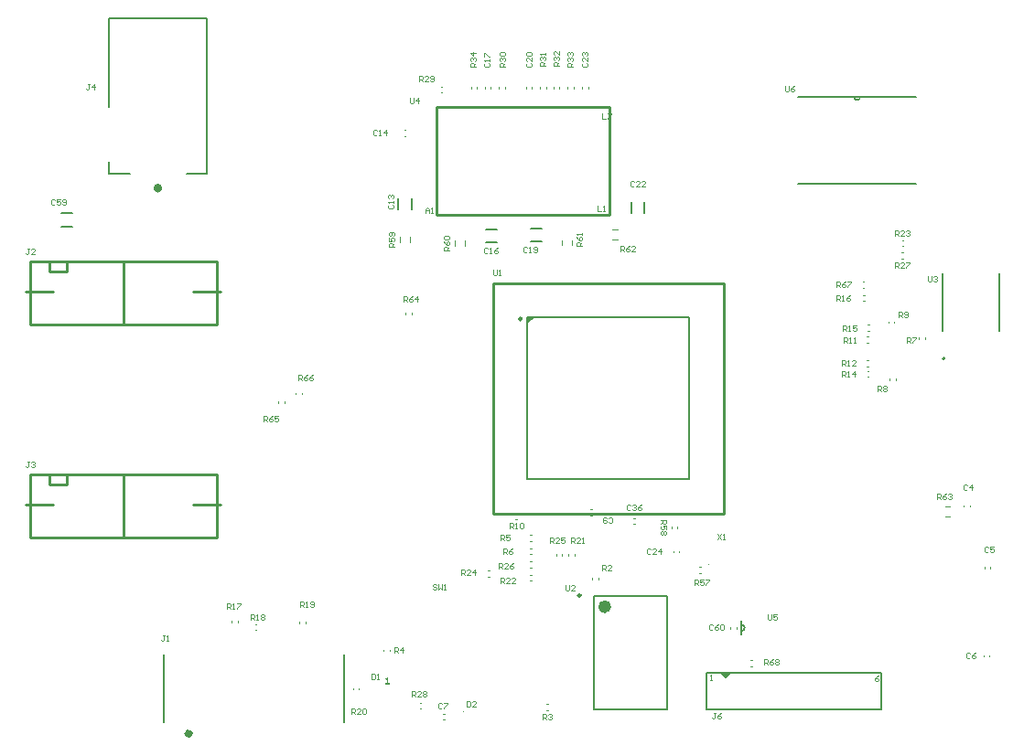
<source format=gto>
G04*
G04 #@! TF.GenerationSoftware,Altium Limited,Altium Designer,20.1.11 (218)*
G04*
G04 Layer_Color=65535*
%FSLAX25Y25*%
%MOIN*%
G70*
G04*
G04 #@! TF.SameCoordinates,79C4E474-355B-46CA-A0E8-57BC19F8BC65*
G04*
G04*
G04 #@! TF.FilePolarity,Positive*
G04*
G01*
G75*
%ADD10C,0.00787*%
%ADD11C,0.00600*%
%ADD12C,0.02362*%
%ADD13C,0.00984*%
%ADD14C,0.00394*%
%ADD15C,0.01575*%
%ADD16C,0.02400*%
%ADD17C,0.00300*%
%ADD18C,0.00500*%
%ADD19C,0.00787*%
%ADD20C,0.00100*%
%ADD21C,0.00197*%
%ADD22C,0.01000*%
%ADD23C,0.00400*%
G36*
X323942Y175524D02*
X324542D01*
X324242Y175024D01*
X323942Y175524D01*
D02*
G37*
G36*
X445562Y177968D02*
X447648Y175881D01*
X450062Y177968D01*
X445562D01*
D02*
G37*
G36*
X377539Y307551D02*
X375395Y305408D01*
Y307551D01*
X377539D01*
D02*
G37*
D10*
X527403Y292541D02*
G03*
X527403Y292541I-394J0D01*
G01*
X399610Y164608D02*
X426382D01*
X399610Y205946D02*
X426382D01*
Y164608D02*
Y205946D01*
X399610Y164608D02*
Y205946D01*
X375395Y305408D02*
X377539Y307551D01*
X375395Y248496D02*
Y307551D01*
X434450Y248496D02*
Y307551D01*
X375395D02*
X434450D01*
X375395Y248496D02*
X434450D01*
D11*
X453286Y193128D02*
G03*
X453286Y195528I0J1200D01*
G01*
X494307Y387989D02*
G03*
X496707Y387989I1200J0D01*
G01*
X453286Y195528D02*
Y196728D01*
Y193128D02*
Y195528D01*
Y191928D02*
Y193128D01*
X418113Y345490D02*
Y349427D01*
X413389Y345490D02*
Y349427D01*
X474007Y387989D02*
X494307D01*
X496707D01*
X517007D01*
X474007Y356189D02*
X517007D01*
X376533Y339931D02*
X380470D01*
X376533Y335206D02*
X380470D01*
X333145Y346953D02*
Y350890D01*
X328420Y346953D02*
Y350890D01*
X360203Y334893D02*
X364140D01*
X360203Y339617D02*
X364140D01*
X205536Y340689D02*
X209473D01*
X205536Y345413D02*
X209473D01*
D12*
X404728Y202009D02*
G03*
X404728Y202009I-1181J0D01*
G01*
D13*
X394787Y206124D02*
G03*
X394787Y206124I-492J0D01*
G01*
X373328Y306960D02*
G03*
X373328Y306960I-492J0D01*
G01*
D14*
X352063Y163738D02*
G03*
X352063Y163738I-197J0D01*
G01*
X441467Y217365D02*
G03*
X441467Y217365I-197J0D01*
G01*
X406443Y339621D02*
X408243D01*
X406443Y336021D02*
X408243D01*
X388025Y333784D02*
Y335583D01*
X391625Y333784D02*
Y335583D01*
X348967Y333665D02*
Y335465D01*
X352567Y333665D02*
Y335465D01*
X328955Y334948D02*
Y336748D01*
X332555Y334948D02*
Y336748D01*
X527462Y235030D02*
X529262D01*
X527462Y238630D02*
X529262D01*
D15*
X241570Y354656D02*
G03*
X241570Y354656I-787J0D01*
G01*
D16*
X252397Y155757D02*
G03*
X252397Y155757I-433J0D01*
G01*
D17*
X398400Y237518D02*
X399000D01*
X398400Y235318D02*
X399000D01*
X438042Y216407D02*
X438642D01*
X438042Y214207D02*
X438642D01*
X520165Y299582D02*
Y300182D01*
X517965Y299582D02*
Y300182D01*
X511850Y333504D02*
X512450D01*
X511850Y335704D02*
X512450D01*
X511747Y331214D02*
X512347D01*
X511747Y329014D02*
X512347D01*
X497489Y320507D02*
X498089D01*
X497489Y318307D02*
X498089D01*
X497563Y313436D02*
X498163D01*
X497563Y315636D02*
X498163D01*
X509067Y305401D02*
Y306001D01*
X506867Y305401D02*
Y306001D01*
X499252Y302641D02*
X499852D01*
X499252Y304840D02*
X499852D01*
X498974Y298343D02*
X499574D01*
X498974Y300543D02*
X499574D01*
X498954Y289631D02*
X499554D01*
X498954Y291831D02*
X499554D01*
X499163Y285800D02*
X499763D01*
X499163Y288000D02*
X499763D01*
X507298Y284606D02*
Y285206D01*
X509498Y284606D02*
Y285206D01*
X543684Y183759D02*
Y184359D01*
X541484Y183759D02*
Y184359D01*
X449441Y194034D02*
Y194634D01*
X451641Y194034D02*
Y194634D01*
X456537Y180377D02*
X457137D01*
X456537Y182577D02*
X457137D01*
X428522Y221760D02*
Y222360D01*
X430723Y221760D02*
Y222360D01*
X414050Y232112D02*
X414650D01*
X414050Y234312D02*
X414650D01*
X399092Y212049D02*
Y212649D01*
X401292Y212049D02*
Y212649D01*
X390420Y220543D02*
Y221143D01*
X392620Y220543D02*
Y221143D01*
X388049Y220543D02*
Y221143D01*
X385849Y220543D02*
Y221143D01*
X371095Y234006D02*
X371695D01*
X371095Y236206D02*
X371695D01*
X360930Y215194D02*
X361530D01*
X360930Y212994D02*
X361530D01*
X376239Y228122D02*
X376839D01*
X376239Y225922D02*
X376839D01*
X376408Y223382D02*
X377008D01*
X376408Y221182D02*
X377008D01*
X376251Y216300D02*
X376851D01*
X376251Y218500D02*
X376851D01*
X376251Y213684D02*
X376851D01*
X376251Y211484D02*
X376851D01*
X382363Y166488D02*
X382963D01*
X382363Y164287D02*
X382963D01*
X344566Y162977D02*
X345166D01*
X344566Y160776D02*
X345166D01*
X336138Y166966D02*
X336738D01*
X336138Y164766D02*
X336738D01*
X325199Y185785D02*
Y186385D01*
X322999Y185785D02*
Y186385D01*
X311887Y171745D02*
Y172345D01*
X314087Y171745D02*
Y172345D01*
X269828Y196188D02*
Y196788D01*
X267628Y196188D02*
Y196788D01*
X276129Y193442D02*
X276729D01*
X276129Y195642D02*
X276729D01*
X395426Y390896D02*
Y391496D01*
X397625Y390896D02*
Y391496D01*
X389949Y391022D02*
Y391622D01*
X392149Y391022D02*
Y391622D01*
X384911Y390934D02*
Y391534D01*
X387111Y390934D02*
Y391534D01*
X380001Y391022D02*
Y391622D01*
X382201Y391022D02*
Y391622D01*
X374838Y391022D02*
Y391622D01*
X377038Y391022D02*
Y391622D01*
X364998Y390967D02*
Y391567D01*
X367198Y390967D02*
Y391567D01*
X359828Y391028D02*
Y391628D01*
X362028Y391028D02*
Y391628D01*
X354831Y390981D02*
Y391581D01*
X357031Y390981D02*
Y391581D01*
X330505Y373582D02*
X331105D01*
X330505Y375782D02*
X331105D01*
X343838Y389393D02*
X344438D01*
X343838Y391593D02*
X344438D01*
X294617Y195843D02*
Y196443D01*
X292417Y195843D02*
Y196443D01*
X534459Y238400D02*
Y239000D01*
X536659Y238400D02*
Y239000D01*
X544016Y215869D02*
Y216470D01*
X541816Y215869D02*
Y216470D01*
X430082Y230566D02*
Y231166D01*
X427882Y230566D02*
Y231166D01*
X333291Y308500D02*
Y309100D01*
X331091Y308500D02*
Y309100D01*
X286901Y276384D02*
Y276984D01*
X284701Y276384D02*
Y276984D01*
X293189Y279443D02*
Y280043D01*
X290989Y279443D02*
Y280043D01*
D18*
X526616Y302678D02*
Y323466D01*
X547206Y302678D02*
Y323466D01*
X223066Y359775D02*
X230743D01*
X223066Y384381D02*
Y416468D01*
X251216Y359775D02*
X258499D01*
X223066D02*
Y364302D01*
X258499Y359775D02*
Y416468D01*
X223066D02*
X258499D01*
X243007Y159891D02*
Y184694D01*
X308559Y159891D02*
Y184694D01*
D19*
X440790Y164622D02*
Y177968D01*
Y164622D02*
X504334D01*
Y177968D01*
X440790D02*
X504334D01*
D20*
X323742Y175824D02*
Y176024D01*
X323642Y175924D02*
X323842D01*
X324242Y174324D02*
Y176124D01*
D21*
X323742Y173924D02*
Y174224D01*
X324842D01*
Y173924D02*
Y174224D01*
X323742Y173924D02*
X324842D01*
X323742D02*
Y174024D01*
X324742D01*
Y174124D01*
X323842D02*
X324742D01*
D22*
X362923Y320023D02*
X446923D01*
Y236023D02*
Y320023D01*
X362923Y236023D02*
X446923D01*
X362923D02*
Y320023D01*
X228178Y304725D02*
Y316725D01*
Y327725D01*
X201178Y324225D02*
Y327225D01*
Y324225D02*
X207678D01*
Y327225D01*
X262178Y304725D02*
Y327725D01*
X194178D02*
X262178D01*
X194178Y304725D02*
Y327725D01*
Y304725D02*
X262178D01*
X192678Y316725D02*
X202678D01*
X253678D02*
X263678D01*
X228178Y227110D02*
Y239110D01*
Y250110D01*
X201178Y246610D02*
Y249610D01*
Y246610D02*
X207678D01*
Y249610D01*
X262178Y227110D02*
Y250110D01*
X194178D02*
X262178D01*
X194178Y227110D02*
Y250110D01*
Y227110D02*
X262178D01*
X192678Y239110D02*
X202678D01*
X253678D02*
X263678D01*
X342220Y344936D02*
Y384306D01*
X405212D01*
Y344936D02*
Y384306D01*
X342220Y344936D02*
X405212D01*
D23*
X441906Y175168D02*
X442572D01*
X442239D01*
Y177167D01*
X441906Y176834D01*
X503209Y176725D02*
X502542Y176392D01*
X501876Y175725D01*
Y175059D01*
X502209Y174726D01*
X502876D01*
X503209Y175059D01*
Y175392D01*
X502876Y175725D01*
X501876D01*
X338403Y345393D02*
Y346726D01*
X339070Y347393D01*
X339736Y346726D01*
Y345393D01*
Y346393D01*
X338403D01*
X340402Y345393D02*
X341069D01*
X340736D01*
Y347393D01*
X340402Y347060D01*
X402567Y381889D02*
Y379889D01*
X403900D01*
X404567Y381889D02*
X405899D01*
Y381556D01*
X404567Y380223D01*
Y379889D01*
X400887Y348255D02*
Y346256D01*
X402219D01*
X402886D02*
X403552D01*
X403219D01*
Y348255D01*
X402886Y347922D01*
X469258Y391908D02*
Y390242D01*
X469592Y389908D01*
X470258D01*
X470591Y390242D01*
Y391908D01*
X472591D02*
X471924Y391575D01*
X471258Y390908D01*
Y390242D01*
X471591Y389908D01*
X472257D01*
X472591Y390242D01*
Y390575D01*
X472257Y390908D01*
X471258D01*
X462814Y199315D02*
Y197649D01*
X463147Y197316D01*
X463814D01*
X464147Y197649D01*
Y199315D01*
X466146D02*
X464813D01*
Y198315D01*
X465480Y198648D01*
X465813D01*
X466146Y198315D01*
Y197649D01*
X465813Y197316D01*
X465147D01*
X464813Y197649D01*
X461734Y180817D02*
Y182816D01*
X462734D01*
X463067Y182483D01*
Y181817D01*
X462734Y181483D01*
X461734D01*
X462401D02*
X463067Y180817D01*
X465066Y182816D02*
X464400Y182483D01*
X463734Y181817D01*
Y181150D01*
X464067Y180817D01*
X464733D01*
X465066Y181150D01*
Y181483D01*
X464733Y181817D01*
X463734D01*
X465733Y182483D02*
X466066Y182816D01*
X466733D01*
X467066Y182483D01*
Y182150D01*
X466733Y181817D01*
X467066Y181483D01*
Y181150D01*
X466733Y180817D01*
X466066D01*
X465733Y181150D01*
Y181483D01*
X466066Y181817D01*
X465733Y182150D01*
Y182483D01*
X466066Y181817D02*
X466733D01*
X444066Y163239D02*
X443400D01*
X443733D01*
Y161573D01*
X443400Y161240D01*
X443067D01*
X442733Y161573D01*
X446066Y163239D02*
X445399Y162906D01*
X444733Y162240D01*
Y161573D01*
X445066Y161240D01*
X445732D01*
X446066Y161573D01*
Y161906D01*
X445732Y162240D01*
X444733D01*
X442965Y195057D02*
X442631Y195390D01*
X441965D01*
X441632Y195057D01*
Y193724D01*
X441965Y193391D01*
X442631D01*
X442965Y193724D01*
X444964Y195390D02*
X444298Y195057D01*
X443631Y194391D01*
Y193724D01*
X443964Y193391D01*
X444631D01*
X444964Y193724D01*
Y194058D01*
X444631Y194391D01*
X443631D01*
X445631Y195057D02*
X445964Y195390D01*
X446630D01*
X446963Y195057D01*
Y193724D01*
X446630Y193391D01*
X445964D01*
X445631Y193724D01*
Y195057D01*
X488041Y318424D02*
Y320423D01*
X489041D01*
X489374Y320090D01*
Y319424D01*
X489041Y319090D01*
X488041D01*
X488708D02*
X489374Y318424D01*
X491373Y320423D02*
X490707Y320090D01*
X490041Y319424D01*
Y318757D01*
X490374Y318424D01*
X491040D01*
X491373Y318757D01*
Y319090D01*
X491040Y319424D01*
X490041D01*
X492040Y320423D02*
X493373D01*
Y320090D01*
X492040Y318757D01*
Y318424D01*
X292091Y284464D02*
Y286463D01*
X293090D01*
X293423Y286130D01*
Y285464D01*
X293090Y285130D01*
X292091D01*
X292757D02*
X293423Y284464D01*
X295423Y286463D02*
X294756Y286130D01*
X294090Y285464D01*
Y284797D01*
X294423Y284464D01*
X295090D01*
X295423Y284797D01*
Y285130D01*
X295090Y285464D01*
X294090D01*
X297422Y286463D02*
X296756Y286130D01*
X296089Y285464D01*
Y284797D01*
X296422Y284464D01*
X297089D01*
X297422Y284797D01*
Y285130D01*
X297089Y285464D01*
X296089D01*
X279388Y269689D02*
Y271689D01*
X280388D01*
X280721Y271356D01*
Y270689D01*
X280388Y270356D01*
X279388D01*
X280054D02*
X280721Y269689D01*
X282720Y271689D02*
X282054Y271356D01*
X281387Y270689D01*
Y270023D01*
X281720Y269689D01*
X282387D01*
X282720Y270023D01*
Y270356D01*
X282387Y270689D01*
X281387D01*
X284719Y271689D02*
X283387D01*
Y270689D01*
X284053Y271022D01*
X284386D01*
X284719Y270689D01*
Y270023D01*
X284386Y269689D01*
X283720D01*
X283387Y270023D01*
X330386Y313382D02*
Y315382D01*
X331386D01*
X331719Y315049D01*
Y314382D01*
X331386Y314049D01*
X330386D01*
X331053D02*
X331719Y313382D01*
X333718Y315382D02*
X333052Y315049D01*
X332385Y314382D01*
Y313716D01*
X332719Y313382D01*
X333385D01*
X333718Y313716D01*
Y314049D01*
X333385Y314382D01*
X332385D01*
X335384Y313382D02*
Y315382D01*
X334385Y314382D01*
X335718D01*
X203333Y350066D02*
X203000Y350399D01*
X202333D01*
X202000Y350066D01*
Y348733D01*
X202333Y348400D01*
X203000D01*
X203333Y348733D01*
X205332Y350399D02*
X203999D01*
Y349400D01*
X204666Y349733D01*
X204999D01*
X205332Y349400D01*
Y348733D01*
X204999Y348400D01*
X204333D01*
X203999Y348733D01*
X205999D02*
X206332Y348400D01*
X206998D01*
X207332Y348733D01*
Y350066D01*
X206998Y350399D01*
X206332D01*
X205999Y350066D01*
Y349733D01*
X206332Y349400D01*
X207332D01*
X332596Y387424D02*
Y385758D01*
X332929Y385424D01*
X333596D01*
X333929Y385758D01*
Y387424D01*
X335595Y385424D02*
Y387424D01*
X334595Y386424D01*
X335928D01*
X524500Y241300D02*
Y243299D01*
X525500D01*
X525833Y242966D01*
Y242300D01*
X525500Y241966D01*
X524500D01*
X525166D02*
X525833Y241300D01*
X527832Y243299D02*
X527166Y242966D01*
X526499Y242300D01*
Y241633D01*
X526833Y241300D01*
X527499D01*
X527832Y241633D01*
Y241966D01*
X527499Y242300D01*
X526499D01*
X528499Y242966D02*
X528832Y243299D01*
X529498D01*
X529832Y242966D01*
Y242633D01*
X529498Y242300D01*
X529165D01*
X529498D01*
X529832Y241966D01*
Y241633D01*
X529498Y241300D01*
X528832D01*
X528499Y241633D01*
X409148Y331655D02*
Y333654D01*
X410147D01*
X410480Y333321D01*
Y332655D01*
X410147Y332322D01*
X409148D01*
X409814D02*
X410480Y331655D01*
X412480Y333654D02*
X411813Y333321D01*
X411147Y332655D01*
Y331988D01*
X411480Y331655D01*
X412147D01*
X412480Y331988D01*
Y332322D01*
X412147Y332655D01*
X411147D01*
X414479Y331655D02*
X413146D01*
X414479Y332988D01*
Y333321D01*
X414146Y333654D01*
X413479D01*
X413146Y333321D01*
X395319Y333504D02*
X393320D01*
Y334503D01*
X393653Y334837D01*
X394319D01*
X394652Y334503D01*
Y333504D01*
Y334170D02*
X395319Y334837D01*
X393320Y336836D02*
X393653Y336169D01*
X394319Y335503D01*
X394986D01*
X395319Y335836D01*
Y336503D01*
X394986Y336836D01*
X394652D01*
X394319Y336503D01*
Y335503D01*
X395319Y337502D02*
Y338169D01*
Y337836D01*
X393320D01*
X393653Y337502D01*
X346890Y331830D02*
X344891D01*
Y332829D01*
X345224Y333162D01*
X345891D01*
X346224Y332829D01*
Y331830D01*
Y332496D02*
X346890Y333162D01*
X344891Y335162D02*
X345224Y334495D01*
X345891Y333829D01*
X346557D01*
X346890Y334162D01*
Y334828D01*
X346557Y335162D01*
X346224D01*
X345891Y334828D01*
Y333829D01*
X345224Y335828D02*
X344891Y336161D01*
Y336828D01*
X345224Y337161D01*
X346557D01*
X346890Y336828D01*
Y336161D01*
X346557Y335828D01*
X345224D01*
X327060Y333257D02*
X325061D01*
Y334257D01*
X325394Y334590D01*
X326060D01*
X326394Y334257D01*
Y333257D01*
Y333924D02*
X327060Y334590D01*
X325061Y336590D02*
Y335257D01*
X326060D01*
X325727Y335923D01*
Y336256D01*
X326060Y336590D01*
X326727D01*
X327060Y336256D01*
Y335590D01*
X326727Y335257D01*
Y337256D02*
X327060Y337589D01*
Y338256D01*
X326727Y338589D01*
X325394D01*
X325061Y338256D01*
Y337589D01*
X325394Y337256D01*
X325727D01*
X326060Y337589D01*
Y338589D01*
X412897Y238745D02*
X412564Y239078D01*
X411897D01*
X411564Y238745D01*
Y237412D01*
X411897Y237078D01*
X412564D01*
X412897Y237412D01*
X413563Y238745D02*
X413896Y239078D01*
X414563D01*
X414896Y238745D01*
Y238411D01*
X414563Y238078D01*
X414230D01*
X414563D01*
X414896Y237745D01*
Y237412D01*
X414563Y237078D01*
X413896D01*
X413563Y237412D01*
X416895Y239078D02*
X416229Y238745D01*
X415562Y238078D01*
Y237412D01*
X415896Y237078D01*
X416562D01*
X416895Y237412D01*
Y237745D01*
X416562Y238078D01*
X415562D01*
X216052Y392462D02*
X215386D01*
X215719D01*
Y390796D01*
X215386Y390462D01*
X215053D01*
X214720Y390796D01*
X217719Y390462D02*
Y392462D01*
X216719Y391462D01*
X218052D01*
X424090Y233470D02*
X426089D01*
Y232470D01*
X425756Y232137D01*
X425089D01*
X424756Y232470D01*
Y233470D01*
Y232804D02*
X424090Y232137D01*
X426089Y230138D02*
Y231471D01*
X425089D01*
X425422Y230804D01*
Y230471D01*
X425089Y230138D01*
X424423D01*
X424090Y230471D01*
Y231137D01*
X424423Y231471D01*
X425756Y229471D02*
X426089Y229138D01*
Y228471D01*
X425756Y228138D01*
X425422D01*
X425089Y228471D01*
X424756Y228138D01*
X424423D01*
X424090Y228471D01*
Y229138D01*
X424423Y229471D01*
X424756D01*
X425089Y229138D01*
X425422Y229471D01*
X425756D01*
X425089Y229138D02*
Y228471D01*
X436368Y210013D02*
Y212012D01*
X437367D01*
X437701Y211679D01*
Y211012D01*
X437367Y210679D01*
X436368D01*
X437034D02*
X437701Y210013D01*
X439700Y212012D02*
X438367D01*
Y211012D01*
X439033Y211345D01*
X439367D01*
X439700Y211012D01*
Y210346D01*
X439367Y210013D01*
X438700D01*
X438367Y210346D01*
X440366Y212012D02*
X441699D01*
Y211679D01*
X440366Y210346D01*
Y210013D01*
X193933Y254999D02*
X193266D01*
X193600D01*
Y253333D01*
X193266Y253000D01*
X192933D01*
X192600Y253333D01*
X194599Y254666D02*
X194933Y254999D01*
X195599D01*
X195932Y254666D01*
Y254333D01*
X195599Y254000D01*
X195266D01*
X195599D01*
X195932Y253666D01*
Y253333D01*
X195599Y253000D01*
X194933D01*
X194599Y253333D01*
X193933Y332599D02*
X193266D01*
X193600D01*
Y330933D01*
X193266Y330600D01*
X192933D01*
X192600Y330933D01*
X195932Y330600D02*
X194599D01*
X195932Y331933D01*
Y332266D01*
X195599Y332599D01*
X194933D01*
X194599Y332266D01*
X420447Y222858D02*
X420114Y223191D01*
X419447D01*
X419114Y222858D01*
Y221525D01*
X419447Y221192D01*
X420114D01*
X420447Y221525D01*
X422446Y221192D02*
X421113D01*
X422446Y222525D01*
Y222858D01*
X422113Y223191D01*
X421446D01*
X421113Y222858D01*
X424112Y221192D02*
Y223191D01*
X423112Y222192D01*
X424445D01*
X367159Y398742D02*
X365160D01*
Y399742D01*
X365493Y400075D01*
X366160D01*
X366493Y399742D01*
Y398742D01*
Y399408D02*
X367159Y400075D01*
X365493Y400741D02*
X365160Y401075D01*
Y401741D01*
X365493Y402074D01*
X365826D01*
X366160Y401741D01*
Y401408D01*
Y401741D01*
X366493Y402074D01*
X366826D01*
X367159Y401741D01*
Y401075D01*
X366826Y400741D01*
X365493Y402741D02*
X365160Y403074D01*
Y403740D01*
X365493Y404074D01*
X366826D01*
X367159Y403740D01*
Y403074D01*
X366826Y402741D01*
X365493D01*
X386943Y399102D02*
X384944D01*
Y400102D01*
X385277Y400435D01*
X385944D01*
X386277Y400102D01*
Y399102D01*
Y399769D02*
X386943Y400435D01*
X385277Y401102D02*
X384944Y401435D01*
Y402102D01*
X385277Y402435D01*
X385610D01*
X385944Y402102D01*
Y401768D01*
Y402102D01*
X386277Y402435D01*
X386610D01*
X386943Y402102D01*
Y401435D01*
X386610Y401102D01*
X386943Y404434D02*
Y403101D01*
X385610Y404434D01*
X385277D01*
X384944Y404101D01*
Y403435D01*
X385277Y403101D01*
X356676Y399027D02*
X354677D01*
Y400027D01*
X355010Y400360D01*
X355676D01*
X356010Y400027D01*
Y399027D01*
Y399693D02*
X356676Y400360D01*
X355010Y401026D02*
X354677Y401360D01*
Y402026D01*
X355010Y402359D01*
X355343D01*
X355676Y402026D01*
Y401693D01*
Y402026D01*
X356010Y402359D01*
X356343D01*
X356676Y402026D01*
Y401360D01*
X356343Y401026D01*
X356676Y404025D02*
X354677D01*
X355676Y403026D01*
Y404358D01*
X335839Y393532D02*
Y395531D01*
X336839D01*
X337172Y395198D01*
Y394531D01*
X336839Y394198D01*
X335839D01*
X336506D02*
X337172Y393532D01*
X339172D02*
X337839D01*
X339172Y394865D01*
Y395198D01*
X338839Y395531D01*
X338172D01*
X337839Y395198D01*
X339838Y393865D02*
X340171Y393532D01*
X340838D01*
X341171Y393865D01*
Y395198D01*
X340838Y395531D01*
X340171D01*
X339838Y395198D01*
Y394865D01*
X340171Y394531D01*
X341171D01*
X391945Y399050D02*
X389946D01*
Y400050D01*
X390279Y400383D01*
X390946D01*
X391279Y400050D01*
Y399050D01*
Y399717D02*
X391945Y400383D01*
X390279Y401050D02*
X389946Y401383D01*
Y402049D01*
X390279Y402383D01*
X390613D01*
X390946Y402049D01*
Y401716D01*
Y402049D01*
X391279Y402383D01*
X391612D01*
X391945Y402049D01*
Y401383D01*
X391612Y401050D01*
X390279Y403049D02*
X389946Y403382D01*
Y404049D01*
X390279Y404382D01*
X390613D01*
X390946Y404049D01*
Y403716D01*
Y404049D01*
X391279Y404382D01*
X391612D01*
X391945Y404049D01*
Y403382D01*
X391612Y403049D01*
X382087Y399255D02*
X380087D01*
Y400254D01*
X380420Y400588D01*
X381087D01*
X381420Y400254D01*
Y399255D01*
Y399921D02*
X382087Y400588D01*
X380420Y401254D02*
X380087Y401587D01*
Y402254D01*
X380420Y402587D01*
X380754D01*
X381087Y402254D01*
Y401921D01*
Y402254D01*
X381420Y402587D01*
X381753D01*
X382087Y402254D01*
Y401587D01*
X381753Y401254D01*
X382087Y403254D02*
Y403920D01*
Y403587D01*
X380087D01*
X380420Y403254D01*
X361073Y332623D02*
X360740Y332956D01*
X360074D01*
X359740Y332623D01*
Y331290D01*
X360074Y330957D01*
X360740D01*
X361073Y331290D01*
X361740Y330957D02*
X362406D01*
X362073D01*
Y332956D01*
X361740Y332623D01*
X364739Y332956D02*
X364072Y332623D01*
X363406Y331957D01*
Y331290D01*
X363739Y330957D01*
X364406D01*
X364739Y331290D01*
Y331623D01*
X364406Y331957D01*
X363406D01*
X324997Y348630D02*
X324664Y348297D01*
Y347630D01*
X324997Y347297D01*
X326330D01*
X326663Y347630D01*
Y348297D01*
X326330Y348630D01*
X326663Y349296D02*
Y349963D01*
Y349630D01*
X324664D01*
X324997Y349296D01*
Y350963D02*
X324664Y351296D01*
Y351962D01*
X324997Y352295D01*
X325330D01*
X325664Y351962D01*
Y351629D01*
Y351962D01*
X325997Y352295D01*
X326330D01*
X326663Y351962D01*
Y351296D01*
X326330Y350963D01*
X375266Y332767D02*
X374932Y333100D01*
X374266D01*
X373933Y332767D01*
Y331434D01*
X374266Y331101D01*
X374932D01*
X375266Y331434D01*
X375932Y331101D02*
X376598D01*
X376265D01*
Y333100D01*
X375932Y332767D01*
X377598Y331434D02*
X377931Y331101D01*
X378598D01*
X378931Y331434D01*
Y332767D01*
X378598Y333100D01*
X377931D01*
X377598Y332767D01*
Y332434D01*
X377931Y332100D01*
X378931D01*
X414340Y357011D02*
X414007Y357344D01*
X413340D01*
X413007Y357011D01*
Y355678D01*
X413340Y355345D01*
X414007D01*
X414340Y355678D01*
X416339Y355345D02*
X415006D01*
X416339Y356678D01*
Y357011D01*
X416006Y357344D01*
X415340D01*
X415006Y357011D01*
X418339Y355345D02*
X417006D01*
X418339Y356678D01*
Y357011D01*
X418006Y357344D01*
X417339D01*
X417006Y357011D01*
X320738Y375554D02*
X320405Y375888D01*
X319738D01*
X319405Y375554D01*
Y374221D01*
X319738Y373888D01*
X320405D01*
X320738Y374221D01*
X321404Y373888D02*
X322071D01*
X321737D01*
Y375888D01*
X321404Y375554D01*
X324070Y373888D02*
Y375888D01*
X323070Y374888D01*
X324403D01*
X360081Y400303D02*
X359747Y399970D01*
Y399303D01*
X360081Y398970D01*
X361414D01*
X361747Y399303D01*
Y399970D01*
X361414Y400303D01*
X361747Y400969D02*
Y401636D01*
Y401302D01*
X359747D01*
X360081Y400969D01*
X359747Y402635D02*
Y403968D01*
X360081D01*
X361414Y402635D01*
X361747D01*
X395750Y400331D02*
X395417Y399998D01*
Y399331D01*
X395750Y398998D01*
X397083D01*
X397417Y399331D01*
Y399998D01*
X397083Y400331D01*
X397417Y402330D02*
Y400998D01*
X396084Y402330D01*
X395750D01*
X395417Y401997D01*
Y401331D01*
X395750Y400998D01*
Y402997D02*
X395417Y403330D01*
Y403997D01*
X395750Y404330D01*
X396084D01*
X396417Y403997D01*
Y403663D01*
Y403997D01*
X396750Y404330D01*
X397083D01*
X397417Y403997D01*
Y403330D01*
X397083Y402997D01*
X375236Y400303D02*
X374903Y399970D01*
Y399303D01*
X375236Y398970D01*
X376569D01*
X376902Y399303D01*
Y399970D01*
X376569Y400303D01*
X376902Y402302D02*
Y400969D01*
X375569Y402302D01*
X375236D01*
X374903Y401969D01*
Y401302D01*
X375236Y400969D01*
Y402969D02*
X374903Y403302D01*
Y403968D01*
X375236Y404302D01*
X376569D01*
X376902Y403968D01*
Y403302D01*
X376569Y402969D01*
X375236D01*
X444633Y228713D02*
X445966Y226714D01*
Y228713D02*
X444633Y226714D01*
X446633D02*
X447299D01*
X446966D01*
Y228713D01*
X446633Y228380D01*
X404879Y233041D02*
X405212Y232708D01*
X405878D01*
X406212Y233041D01*
Y234374D01*
X405878Y234707D01*
X405212D01*
X404879Y234374D01*
X404212D02*
X403879Y234707D01*
X403212D01*
X402879Y234374D01*
Y233041D01*
X403212Y232708D01*
X403879D01*
X404212Y233041D01*
Y233374D01*
X403879Y233707D01*
X402879D01*
X389438Y209949D02*
Y208283D01*
X389772Y207950D01*
X390438D01*
X390771Y208283D01*
Y209949D01*
X392771Y207950D02*
X391438D01*
X392771Y209282D01*
Y209616D01*
X392437Y209949D01*
X391771D01*
X391438Y209616D01*
X402638Y215184D02*
Y217183D01*
X403638D01*
X403971Y216850D01*
Y216183D01*
X403638Y215850D01*
X402638D01*
X403305D02*
X403971Y215184D01*
X405970D02*
X404638D01*
X405970Y216517D01*
Y216850D01*
X405637Y217183D01*
X404971D01*
X404638Y216850D01*
X381043Y160822D02*
Y162821D01*
X382043D01*
X382376Y162488D01*
Y161822D01*
X382043Y161488D01*
X381043D01*
X381709D02*
X382376Y160822D01*
X383042Y162488D02*
X383376Y162821D01*
X384042D01*
X384375Y162488D01*
Y162155D01*
X384042Y161822D01*
X383709D01*
X384042D01*
X384375Y161488D01*
Y161155D01*
X384042Y160822D01*
X383376D01*
X383042Y161155D01*
X351406Y213499D02*
Y215498D01*
X352406D01*
X352739Y215165D01*
Y214499D01*
X352406Y214165D01*
X351406D01*
X352073D02*
X352739Y213499D01*
X354738D02*
X353405D01*
X354738Y214832D01*
Y215165D01*
X354405Y215498D01*
X353739D01*
X353405Y215165D01*
X356405Y213499D02*
Y215498D01*
X355405Y214499D01*
X356738D01*
X333323Y169093D02*
Y171092D01*
X334323D01*
X334656Y170759D01*
Y170092D01*
X334323Y169759D01*
X333323D01*
X333990D02*
X334656Y169093D01*
X336655D02*
X335322D01*
X336655Y170426D01*
Y170759D01*
X336322Y171092D01*
X335656D01*
X335322Y170759D01*
X337322D02*
X337655Y171092D01*
X338322D01*
X338655Y170759D01*
Y170426D01*
X338322Y170092D01*
X338655Y169759D01*
Y169426D01*
X338322Y169093D01*
X337655D01*
X337322Y169426D01*
Y169759D01*
X337655Y170092D01*
X337322Y170426D01*
Y170759D01*
X337655Y170092D02*
X338322D01*
X353212Y167415D02*
Y165415D01*
X354212D01*
X354545Y165749D01*
Y167081D01*
X354212Y167415D01*
X353212D01*
X356544Y165415D02*
X355211D01*
X356544Y166748D01*
Y167081D01*
X356211Y167415D01*
X355544D01*
X355211Y167081D01*
X536693Y184778D02*
X536359Y185111D01*
X535693D01*
X535360Y184778D01*
Y183445D01*
X535693Y183112D01*
X536359D01*
X536693Y183445D01*
X538692Y185111D02*
X538026Y184778D01*
X537359Y184112D01*
Y183445D01*
X537692Y183112D01*
X538359D01*
X538692Y183445D01*
Y183778D01*
X538359Y184112D01*
X537359D01*
X543133Y223566D02*
X542800Y223899D01*
X542133D01*
X541800Y223566D01*
Y222233D01*
X542133Y221900D01*
X542800D01*
X543133Y222233D01*
X545132Y223899D02*
X543799D01*
Y222900D01*
X544466Y223233D01*
X544799D01*
X545132Y222900D01*
Y222233D01*
X544799Y221900D01*
X544133D01*
X543799Y222233D01*
X535733Y246066D02*
X535400Y246399D01*
X534733D01*
X534400Y246066D01*
Y244733D01*
X534733Y244400D01*
X535400D01*
X535733Y244733D01*
X537399Y244400D02*
Y246399D01*
X536399Y245400D01*
X537732D01*
X344389Y166444D02*
X344055Y166777D01*
X343389D01*
X343056Y166444D01*
Y165111D01*
X343389Y164777D01*
X344055D01*
X344389Y165111D01*
X345055Y166777D02*
X346388D01*
Y166444D01*
X345055Y165111D01*
Y164777D01*
X521316Y322647D02*
Y320981D01*
X521650Y320648D01*
X522316D01*
X522649Y320981D01*
Y322647D01*
X523316Y322314D02*
X523649Y322647D01*
X524316D01*
X524649Y322314D01*
Y321981D01*
X524316Y321648D01*
X523982D01*
X524316D01*
X524649Y321314D01*
Y320981D01*
X524316Y320648D01*
X523649D01*
X523316Y320981D01*
X243433Y191699D02*
X242766D01*
X243100D01*
Y190033D01*
X242766Y189700D01*
X242433D01*
X242100Y190033D01*
X244099Y189700D02*
X244766D01*
X244433D01*
Y191699D01*
X244099Y191366D01*
X342133Y209866D02*
X341800Y210199D01*
X341133D01*
X340800Y209866D01*
Y209533D01*
X341133Y209200D01*
X341800D01*
X342133Y208866D01*
Y208533D01*
X341800Y208200D01*
X341133D01*
X340800Y208533D01*
X342799Y210199D02*
Y208200D01*
X343466Y208866D01*
X344132Y208200D01*
Y210199D01*
X344799Y208200D02*
X345465D01*
X345132D01*
Y210199D01*
X344799Y209866D01*
X509399Y325464D02*
Y327463D01*
X510399D01*
X510732Y327130D01*
Y326464D01*
X510399Y326130D01*
X509399D01*
X510066D02*
X510732Y325464D01*
X512732D02*
X511399D01*
X512732Y326797D01*
Y327130D01*
X512398Y327463D01*
X511732D01*
X511399Y327130D01*
X513398Y327463D02*
X514731D01*
Y327130D01*
X513398Y325797D01*
Y325464D01*
X365090Y216012D02*
Y218012D01*
X366090D01*
X366423Y217679D01*
Y217012D01*
X366090Y216679D01*
X365090D01*
X365757D02*
X366423Y216012D01*
X368422D02*
X367089D01*
X368422Y217345D01*
Y217679D01*
X368089Y218012D01*
X367423D01*
X367089Y217679D01*
X370422Y218012D02*
X369755Y217679D01*
X369089Y217012D01*
Y216346D01*
X369422Y216012D01*
X370088D01*
X370422Y216346D01*
Y216679D01*
X370088Y217012D01*
X369089D01*
X383478Y225212D02*
Y227211D01*
X384478D01*
X384811Y226878D01*
Y226212D01*
X384478Y225878D01*
X383478D01*
X384145D02*
X384811Y225212D01*
X386811D02*
X385478D01*
X386811Y226545D01*
Y226878D01*
X386477Y227211D01*
X385811D01*
X385478Y226878D01*
X388810Y227211D02*
X387477D01*
Y226212D01*
X388144Y226545D01*
X388477D01*
X388810Y226212D01*
Y225545D01*
X388477Y225212D01*
X387810D01*
X387477Y225545D01*
X509318Y337136D02*
Y339136D01*
X510317D01*
X510650Y338802D01*
Y338136D01*
X510317Y337803D01*
X509318D01*
X509984D02*
X510650Y337136D01*
X512650D02*
X511317D01*
X512650Y338469D01*
Y338802D01*
X512317Y339136D01*
X511650D01*
X511317Y338802D01*
X513316D02*
X513650Y339136D01*
X514316D01*
X514649Y338802D01*
Y338469D01*
X514316Y338136D01*
X513983D01*
X514316D01*
X514649Y337803D01*
Y337469D01*
X514316Y337136D01*
X513650D01*
X513316Y337469D01*
X365649Y210706D02*
Y212706D01*
X366648D01*
X366982Y212373D01*
Y211706D01*
X366648Y211373D01*
X365649D01*
X366315D02*
X366982Y210706D01*
X368981D02*
X367648D01*
X368981Y212039D01*
Y212373D01*
X368648Y212706D01*
X367981D01*
X367648Y212373D01*
X370980Y210706D02*
X369647D01*
X370980Y212039D01*
Y212373D01*
X370647Y212706D01*
X369981D01*
X369647Y212373D01*
X391329Y225212D02*
Y227211D01*
X392329D01*
X392662Y226878D01*
Y226212D01*
X392329Y225878D01*
X391329D01*
X391996D02*
X392662Y225212D01*
X394661D02*
X393328D01*
X394661Y226545D01*
Y226878D01*
X394328Y227211D01*
X393662D01*
X393328Y226878D01*
X395328Y225212D02*
X395994D01*
X395661D01*
Y227211D01*
X395328Y226878D01*
X311195Y162941D02*
Y164940D01*
X312195D01*
X312528Y164607D01*
Y163941D01*
X312195Y163608D01*
X311195D01*
X311862D02*
X312528Y162941D01*
X314528D02*
X313195D01*
X314528Y164274D01*
Y164607D01*
X314194Y164940D01*
X313528D01*
X313195Y164607D01*
X315194D02*
X315527Y164940D01*
X316194D01*
X316527Y164607D01*
Y163274D01*
X316194Y162941D01*
X315527D01*
X315194Y163274D01*
Y164607D01*
X292600Y201800D02*
Y203799D01*
X293600D01*
X293933Y203466D01*
Y202800D01*
X293600Y202467D01*
X292600D01*
X293266D02*
X293933Y201800D01*
X294599D02*
X295266D01*
X294933D01*
Y203799D01*
X294599Y203466D01*
X296266Y202133D02*
X296599Y201800D01*
X297265D01*
X297598Y202133D01*
Y203466D01*
X297265Y203799D01*
X296599D01*
X296266Y203466D01*
Y203133D01*
X296599Y202800D01*
X297598D01*
X274463Y197184D02*
Y199183D01*
X275462D01*
X275795Y198850D01*
Y198184D01*
X275462Y197851D01*
X274463D01*
X275129D02*
X275795Y197184D01*
X276462D02*
X277128D01*
X276795D01*
Y199183D01*
X276462Y198850D01*
X278128D02*
X278461Y199183D01*
X279128D01*
X279461Y198850D01*
Y198517D01*
X279128Y198184D01*
X279461Y197851D01*
Y197517D01*
X279128Y197184D01*
X278461D01*
X278128Y197517D01*
Y197851D01*
X278461Y198184D01*
X278128Y198517D01*
Y198850D01*
X278461Y198184D02*
X279128D01*
X266021Y201204D02*
Y203203D01*
X267021D01*
X267354Y202870D01*
Y202204D01*
X267021Y201870D01*
X266021D01*
X266687D02*
X267354Y201204D01*
X268020D02*
X268687D01*
X268354D01*
Y203203D01*
X268020Y202870D01*
X269686Y203203D02*
X271019D01*
Y202870D01*
X269686Y201537D01*
Y201204D01*
X488095Y313465D02*
Y315464D01*
X489095D01*
X489428Y315131D01*
Y314465D01*
X489095Y314131D01*
X488095D01*
X488762D02*
X489428Y313465D01*
X490094D02*
X490761D01*
X490428D01*
Y315464D01*
X490094Y315131D01*
X493093Y315464D02*
X492427Y315131D01*
X491761Y314465D01*
Y313798D01*
X492094Y313465D01*
X492760D01*
X493093Y313798D01*
Y314131D01*
X492760Y314465D01*
X491761D01*
X490217Y302690D02*
Y304690D01*
X491217D01*
X491550Y304357D01*
Y303690D01*
X491217Y303357D01*
X490217D01*
X490884D02*
X491550Y302690D01*
X492217D02*
X492883D01*
X492550D01*
Y304690D01*
X492217Y304357D01*
X495216Y304690D02*
X493883D01*
Y303690D01*
X494549Y304023D01*
X494882D01*
X495216Y303690D01*
Y303024D01*
X494882Y302690D01*
X494216D01*
X493883Y303024D01*
X489809Y285876D02*
Y287875D01*
X490809D01*
X491142Y287542D01*
Y286875D01*
X490809Y286542D01*
X489809D01*
X490476D02*
X491142Y285876D01*
X491809D02*
X492475D01*
X492142D01*
Y287875D01*
X491809Y287542D01*
X494474Y285876D02*
Y287875D01*
X493475Y286875D01*
X494808D01*
X490054Y289957D02*
Y291956D01*
X491054D01*
X491387Y291623D01*
Y290957D01*
X491054Y290623D01*
X490054D01*
X490721D02*
X491387Y289957D01*
X492053D02*
X492720D01*
X492387D01*
Y291956D01*
X492053Y291623D01*
X495052Y289957D02*
X493720D01*
X495052Y291290D01*
Y291623D01*
X494719Y291956D01*
X494053D01*
X493720Y291623D01*
X490625Y298201D02*
Y300200D01*
X491625D01*
X491958Y299867D01*
Y299201D01*
X491625Y298868D01*
X490625D01*
X491292D02*
X491958Y298201D01*
X492625D02*
X493291D01*
X492958D01*
Y300200D01*
X492625Y299867D01*
X494291Y298201D02*
X494957D01*
X494624D01*
Y300200D01*
X494291Y299867D01*
X368969Y230539D02*
Y232538D01*
X369968D01*
X370302Y232205D01*
Y231539D01*
X369968Y231206D01*
X368969D01*
X369635D02*
X370302Y230539D01*
X370968D02*
X371635D01*
X371301D01*
Y232538D01*
X370968Y232205D01*
X372634D02*
X372967Y232538D01*
X373634D01*
X373967Y232205D01*
Y230872D01*
X373634Y230539D01*
X372967D01*
X372634Y230872D01*
Y232205D01*
X510705Y307588D02*
Y309587D01*
X511705D01*
X512038Y309254D01*
Y308588D01*
X511705Y308254D01*
X510705D01*
X511372D02*
X512038Y307588D01*
X512705Y307921D02*
X513038Y307588D01*
X513704D01*
X514038Y307921D01*
Y309254D01*
X513704Y309587D01*
X513038D01*
X512705Y309254D01*
Y308921D01*
X513038Y308588D01*
X514038D01*
X502869Y280652D02*
Y282651D01*
X503869D01*
X504202Y282318D01*
Y281651D01*
X503869Y281318D01*
X502869D01*
X503536D02*
X504202Y280652D01*
X504869Y282318D02*
X505202Y282651D01*
X505868D01*
X506202Y282318D01*
Y281985D01*
X505868Y281651D01*
X506202Y281318D01*
Y280985D01*
X505868Y280652D01*
X505202D01*
X504869Y280985D01*
Y281318D01*
X505202Y281651D01*
X504869Y281985D01*
Y282318D01*
X505202Y281651D02*
X505868D01*
X513514Y298195D02*
Y300194D01*
X514514D01*
X514847Y299861D01*
Y299194D01*
X514514Y298861D01*
X513514D01*
X514181D02*
X514847Y298195D01*
X515514Y300194D02*
X516846D01*
Y299861D01*
X515514Y298528D01*
Y298195D01*
X366556Y221318D02*
Y223318D01*
X367556D01*
X367889Y222985D01*
Y222318D01*
X367556Y221985D01*
X366556D01*
X367223D02*
X367889Y221318D01*
X369888Y223318D02*
X369222Y222985D01*
X368555Y222318D01*
Y221652D01*
X368889Y221318D01*
X369555D01*
X369888Y221652D01*
Y221985D01*
X369555Y222318D01*
X368555D01*
X365788Y226275D02*
Y228275D01*
X366788D01*
X367121Y227941D01*
Y227275D01*
X366788Y226942D01*
X365788D01*
X366455D02*
X367121Y226275D01*
X369120Y228275D02*
X367788D01*
Y227275D01*
X368454Y227608D01*
X368787D01*
X369120Y227275D01*
Y226609D01*
X368787Y226275D01*
X368121D01*
X367788Y226609D01*
X327080Y185161D02*
Y187160D01*
X328079D01*
X328413Y186827D01*
Y186160D01*
X328079Y185827D01*
X327080D01*
X327746D02*
X328413Y185161D01*
X330079D02*
Y187160D01*
X329079Y186160D01*
X330412D01*
X318541Y177611D02*
Y175612D01*
X319540D01*
X319874Y175945D01*
Y177278D01*
X319540Y177611D01*
X318541D01*
X320540Y175612D02*
X321206D01*
X320873D01*
Y177611D01*
X320540Y177278D01*
X362800Y324899D02*
Y323233D01*
X363133Y322900D01*
X363800D01*
X364133Y323233D01*
Y324899D01*
X364799Y322900D02*
X365466D01*
X365133D01*
Y324899D01*
X364799Y324566D01*
M02*

</source>
